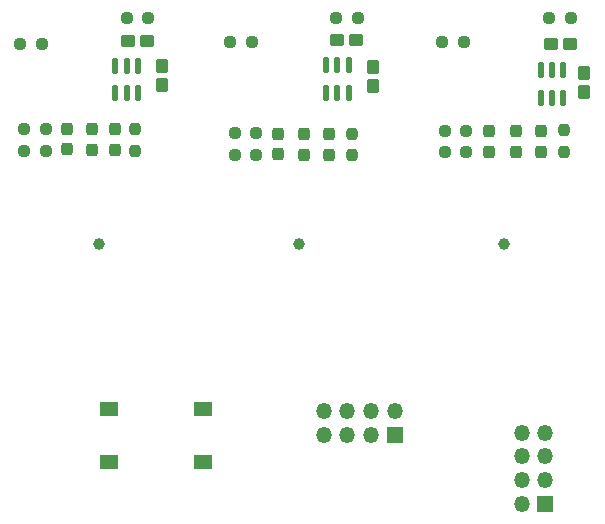
<source format=gbr>
%TF.GenerationSoftware,KiCad,Pcbnew,(6.0.1-0)*%
%TF.CreationDate,2022-03-13T12:33:57+03:30*%
%TF.ProjectId,touch_panel,746f7563-685f-4706-916e-656c2e6b6963,rev?*%
%TF.SameCoordinates,Original*%
%TF.FileFunction,Soldermask,Top*%
%TF.FilePolarity,Negative*%
%FSLAX46Y46*%
G04 Gerber Fmt 4.6, Leading zero omitted, Abs format (unit mm)*
G04 Created by KiCad (PCBNEW (6.0.1-0)) date 2022-03-13 12:33:57*
%MOMM*%
%LPD*%
G01*
G04 APERTURE LIST*
G04 Aperture macros list*
%AMRoundRect*
0 Rectangle with rounded corners*
0 $1 Rounding radius*
0 $2 $3 $4 $5 $6 $7 $8 $9 X,Y pos of 4 corners*
0 Add a 4 corners polygon primitive as box body*
4,1,4,$2,$3,$4,$5,$6,$7,$8,$9,$2,$3,0*
0 Add four circle primitives for the rounded corners*
1,1,$1+$1,$2,$3*
1,1,$1+$1,$4,$5*
1,1,$1+$1,$6,$7*
1,1,$1+$1,$8,$9*
0 Add four rect primitives between the rounded corners*
20,1,$1+$1,$2,$3,$4,$5,0*
20,1,$1+$1,$4,$5,$6,$7,0*
20,1,$1+$1,$6,$7,$8,$9,0*
20,1,$1+$1,$8,$9,$2,$3,0*%
G04 Aperture macros list end*
%ADD10RoundRect,0.237500X-0.250000X-0.237500X0.250000X-0.237500X0.250000X0.237500X-0.250000X0.237500X0*%
%ADD11C,1.000000*%
%ADD12RoundRect,0.193800X-0.091200X-0.481200X0.091200X-0.481200X0.091200X0.481200X-0.091200X0.481200X0*%
%ADD13RoundRect,0.237500X0.237500X-0.287500X0.237500X0.287500X-0.237500X0.287500X-0.237500X-0.287500X0*%
%ADD14R,1.550000X1.300000*%
%ADD15RoundRect,0.250000X0.375000X0.275000X-0.375000X0.275000X-0.375000X-0.275000X0.375000X-0.275000X0*%
%ADD16RoundRect,0.237500X0.237500X-0.250000X0.237500X0.250000X-0.237500X0.250000X-0.237500X-0.250000X0*%
%ADD17RoundRect,0.250000X0.275000X-0.375000X0.275000X0.375000X-0.275000X0.375000X-0.275000X-0.375000X0*%
%ADD18RoundRect,0.237500X0.250000X0.237500X-0.250000X0.237500X-0.250000X-0.237500X0.250000X-0.237500X0*%
%ADD19R,1.350000X1.350000*%
%ADD20O,1.350000X1.350000*%
G04 APERTURE END LIST*
D10*
%TO.C,R1*%
X108887500Y-87050000D03*
X110712500Y-87050000D03*
%TD*%
D11*
%TO.C,PAD1*%
X132500000Y-103950000D03*
%TD*%
D12*
%TO.C,U2*%
X134800000Y-91185000D03*
X135750000Y-91185000D03*
X136700000Y-91185000D03*
X136700000Y-88815000D03*
X135750000Y-88815000D03*
X134800000Y-88815000D03*
%TD*%
D13*
%TO.C,D5*%
X148550000Y-96175000D03*
X148550000Y-94425000D03*
%TD*%
D14*
%TO.C,SW1*%
X116375000Y-117950000D03*
X124325000Y-117950000D03*
X116375000Y-122450000D03*
X124325000Y-122450000D03*
%TD*%
D10*
%TO.C,R12*%
X127037500Y-94600000D03*
X128862500Y-94600000D03*
%TD*%
D15*
%TO.C,C6*%
X155400000Y-87050000D03*
X153800000Y-87050000D03*
%TD*%
D16*
%TO.C,R21*%
X154900000Y-96162500D03*
X154900000Y-94337500D03*
%TD*%
D10*
%TO.C,R7*%
X126687500Y-86850000D03*
X128512500Y-86850000D03*
%TD*%
%TO.C,R17*%
X144825000Y-96150000D03*
X146650000Y-96150000D03*
%TD*%
D17*
%TO.C,C1*%
X120900000Y-90500000D03*
X120900000Y-88900000D03*
%TD*%
D18*
%TO.C,R2*%
X119725000Y-84850000D03*
X117900000Y-84850000D03*
%TD*%
D16*
%TO.C,R20*%
X136950000Y-96462500D03*
X136950000Y-94637500D03*
%TD*%
D17*
%TO.C,C3*%
X138750000Y-90600000D03*
X138750000Y-89000000D03*
%TD*%
D10*
%TO.C,R6*%
X109225000Y-94200000D03*
X111050000Y-94200000D03*
%TD*%
D13*
%TO.C,D2*%
X114937500Y-95975000D03*
X114937500Y-94225000D03*
%TD*%
D18*
%TO.C,R14*%
X155512500Y-84850000D03*
X153687500Y-84850000D03*
%TD*%
D13*
%TO.C,D8*%
X135050000Y-96400000D03*
X135050000Y-94650000D03*
%TD*%
D16*
%TO.C,R19*%
X118650000Y-96100000D03*
X118650000Y-94275000D03*
%TD*%
D12*
%TO.C,U3*%
X152950000Y-91635000D03*
X153900000Y-91635000D03*
X154850000Y-91635000D03*
X154850000Y-89265000D03*
X153900000Y-89265000D03*
X152950000Y-89265000D03*
%TD*%
D15*
%TO.C,C2*%
X119600000Y-86800000D03*
X118000000Y-86800000D03*
%TD*%
D11*
%TO.C,PAD3*%
X115600000Y-104000000D03*
%TD*%
D19*
%TO.C,J2*%
X153350000Y-125950000D03*
D20*
X151350000Y-125950000D03*
X153350000Y-123950000D03*
X151350000Y-123950000D03*
X153350000Y-121950000D03*
X151350000Y-121950000D03*
X153350000Y-119950000D03*
X151350000Y-119950000D03*
%TD*%
D13*
%TO.C,D7*%
X116887500Y-95975000D03*
X116887500Y-94225000D03*
%TD*%
%TO.C,D3*%
X130700000Y-96375000D03*
X130700000Y-94625000D03*
%TD*%
D10*
%TO.C,R11*%
X127037500Y-96400000D03*
X128862500Y-96400000D03*
%TD*%
D13*
%TO.C,D9*%
X153000000Y-96175000D03*
X153000000Y-94425000D03*
%TD*%
%TO.C,D6*%
X150850000Y-96175000D03*
X150850000Y-94425000D03*
%TD*%
D11*
%TO.C,PAD2*%
X149850000Y-104000000D03*
%TD*%
D13*
%TO.C,D4*%
X132950000Y-96400000D03*
X132950000Y-94650000D03*
%TD*%
D12*
%TO.C,U1*%
X116950000Y-91232500D03*
X117900000Y-91232500D03*
X118850000Y-91232500D03*
X118850000Y-88862500D03*
X117900000Y-88862500D03*
X116950000Y-88862500D03*
%TD*%
D13*
%TO.C,D1*%
X112887500Y-95950000D03*
X112887500Y-94200000D03*
%TD*%
D10*
%TO.C,R5*%
X109237500Y-96100000D03*
X111062500Y-96100000D03*
%TD*%
D17*
%TO.C,C5*%
X156650000Y-91100000D03*
X156650000Y-89500000D03*
%TD*%
D15*
%TO.C,C4*%
X137350000Y-86700000D03*
X135750000Y-86700000D03*
%TD*%
D18*
%TO.C,R8*%
X137450000Y-84850000D03*
X135625000Y-84850000D03*
%TD*%
D10*
%TO.C,R18*%
X144825000Y-94400000D03*
X146650000Y-94400000D03*
%TD*%
%TO.C,R13*%
X144637500Y-86850000D03*
X146462500Y-86850000D03*
%TD*%
D19*
%TO.C,J1*%
X140600000Y-120150000D03*
D20*
X140600000Y-118150000D03*
X138600000Y-120150000D03*
X138600000Y-118150000D03*
X136600000Y-120150000D03*
X136600000Y-118150000D03*
X134600000Y-120150000D03*
X134600000Y-118150000D03*
%TD*%
M02*

</source>
